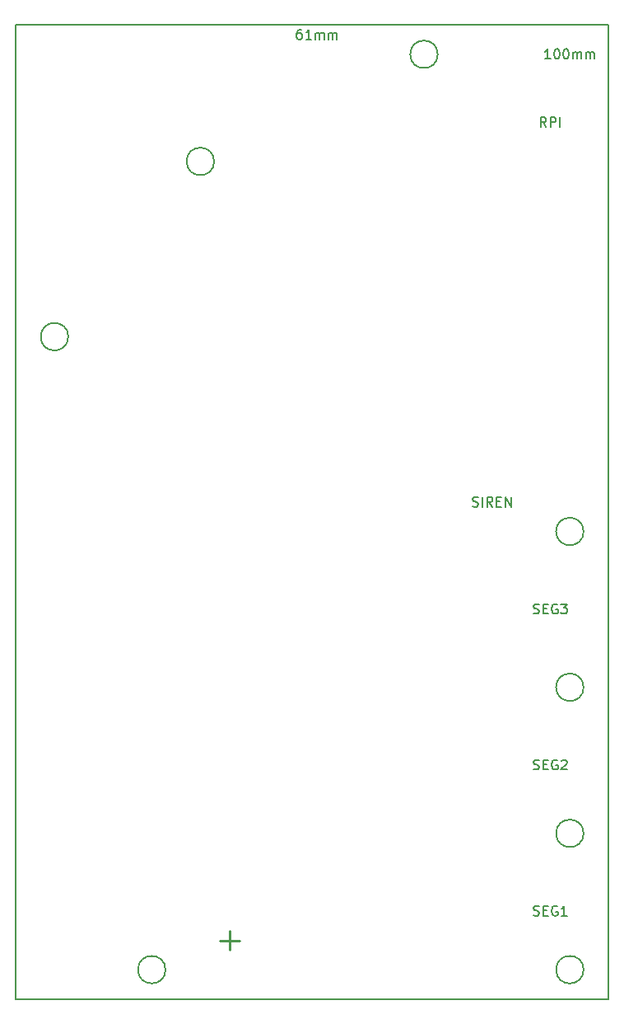
<source format=gbr>
%TF.GenerationSoftware,KiCad,Pcbnew,5.1.8*%
%TF.CreationDate,2021-02-18T11:21:03+01:00*%
%TF.ProjectId,splitter,73706c69-7474-4657-922e-6b696361645f,rev?*%
%TF.SameCoordinates,Original*%
%TF.FileFunction,Other,ECO2*%
%FSLAX46Y46*%
G04 Gerber Fmt 4.6, Leading zero omitted, Abs format (unit mm)*
G04 Created by KiCad (PCBNEW 5.1.8) date 2021-02-18 11:21:03*
%MOMM*%
%LPD*%
G01*
G04 APERTURE LIST*
%ADD10C,0.250000*%
%ADD11C,0.150000*%
G04 APERTURE END LIST*
D10*
X141000000Y-132000000D02*
X139000000Y-132000000D01*
X140000000Y-131000000D02*
X140000000Y-133000000D01*
D11*
X138414214Y-52000000D02*
G75*
G03*
X138414214Y-52000000I-1414214J0D01*
G01*
X161414214Y-41000000D02*
G75*
G03*
X161414214Y-41000000I-1414214J0D01*
G01*
X172571428Y-48452380D02*
X172238095Y-47976190D01*
X172000000Y-48452380D02*
X172000000Y-47452380D01*
X172380952Y-47452380D01*
X172476190Y-47500000D01*
X172523809Y-47547619D01*
X172571428Y-47642857D01*
X172571428Y-47785714D01*
X172523809Y-47880952D01*
X172476190Y-47928571D01*
X172380952Y-47976190D01*
X172000000Y-47976190D01*
X173000000Y-48452380D02*
X173000000Y-47452380D01*
X173380952Y-47452380D01*
X173476190Y-47500000D01*
X173523809Y-47547619D01*
X173571428Y-47642857D01*
X173571428Y-47785714D01*
X173523809Y-47880952D01*
X173476190Y-47928571D01*
X173380952Y-47976190D01*
X173000000Y-47976190D01*
X174000000Y-48452380D02*
X174000000Y-47452380D01*
X165000000Y-87404761D02*
X165142857Y-87452380D01*
X165380952Y-87452380D01*
X165476190Y-87404761D01*
X165523809Y-87357142D01*
X165571428Y-87261904D01*
X165571428Y-87166666D01*
X165523809Y-87071428D01*
X165476190Y-87023809D01*
X165380952Y-86976190D01*
X165190476Y-86928571D01*
X165095238Y-86880952D01*
X165047619Y-86833333D01*
X165000000Y-86738095D01*
X165000000Y-86642857D01*
X165047619Y-86547619D01*
X165095238Y-86500000D01*
X165190476Y-86452380D01*
X165428571Y-86452380D01*
X165571428Y-86500000D01*
X166000000Y-87452380D02*
X166000000Y-86452380D01*
X167047619Y-87452380D02*
X166714285Y-86976190D01*
X166476190Y-87452380D02*
X166476190Y-86452380D01*
X166857142Y-86452380D01*
X166952380Y-86500000D01*
X167000000Y-86547619D01*
X167047619Y-86642857D01*
X167047619Y-86785714D01*
X167000000Y-86880952D01*
X166952380Y-86928571D01*
X166857142Y-86976190D01*
X166476190Y-86976190D01*
X167476190Y-86928571D02*
X167809523Y-86928571D01*
X167952380Y-87452380D02*
X167476190Y-87452380D01*
X167476190Y-86452380D01*
X167952380Y-86452380D01*
X168380952Y-87452380D02*
X168380952Y-86452380D01*
X168952380Y-87452380D01*
X168952380Y-86452380D01*
X171285714Y-98404761D02*
X171428571Y-98452380D01*
X171666666Y-98452380D01*
X171761904Y-98404761D01*
X171809523Y-98357142D01*
X171857142Y-98261904D01*
X171857142Y-98166666D01*
X171809523Y-98071428D01*
X171761904Y-98023809D01*
X171666666Y-97976190D01*
X171476190Y-97928571D01*
X171380952Y-97880952D01*
X171333333Y-97833333D01*
X171285714Y-97738095D01*
X171285714Y-97642857D01*
X171333333Y-97547619D01*
X171380952Y-97500000D01*
X171476190Y-97452380D01*
X171714285Y-97452380D01*
X171857142Y-97500000D01*
X172285714Y-97928571D02*
X172619047Y-97928571D01*
X172761904Y-98452380D02*
X172285714Y-98452380D01*
X172285714Y-97452380D01*
X172761904Y-97452380D01*
X173714285Y-97500000D02*
X173619047Y-97452380D01*
X173476190Y-97452380D01*
X173333333Y-97500000D01*
X173238095Y-97595238D01*
X173190476Y-97690476D01*
X173142857Y-97880952D01*
X173142857Y-98023809D01*
X173190476Y-98214285D01*
X173238095Y-98309523D01*
X173333333Y-98404761D01*
X173476190Y-98452380D01*
X173571428Y-98452380D01*
X173714285Y-98404761D01*
X173761904Y-98357142D01*
X173761904Y-98023809D01*
X173571428Y-98023809D01*
X174095238Y-97452380D02*
X174714285Y-97452380D01*
X174380952Y-97833333D01*
X174523809Y-97833333D01*
X174619047Y-97880952D01*
X174666666Y-97928571D01*
X174714285Y-98023809D01*
X174714285Y-98261904D01*
X174666666Y-98357142D01*
X174619047Y-98404761D01*
X174523809Y-98452380D01*
X174238095Y-98452380D01*
X174142857Y-98404761D01*
X174095238Y-98357142D01*
X171285714Y-114404761D02*
X171428571Y-114452380D01*
X171666666Y-114452380D01*
X171761904Y-114404761D01*
X171809523Y-114357142D01*
X171857142Y-114261904D01*
X171857142Y-114166666D01*
X171809523Y-114071428D01*
X171761904Y-114023809D01*
X171666666Y-113976190D01*
X171476190Y-113928571D01*
X171380952Y-113880952D01*
X171333333Y-113833333D01*
X171285714Y-113738095D01*
X171285714Y-113642857D01*
X171333333Y-113547619D01*
X171380952Y-113500000D01*
X171476190Y-113452380D01*
X171714285Y-113452380D01*
X171857142Y-113500000D01*
X172285714Y-113928571D02*
X172619047Y-113928571D01*
X172761904Y-114452380D02*
X172285714Y-114452380D01*
X172285714Y-113452380D01*
X172761904Y-113452380D01*
X173714285Y-113500000D02*
X173619047Y-113452380D01*
X173476190Y-113452380D01*
X173333333Y-113500000D01*
X173238095Y-113595238D01*
X173190476Y-113690476D01*
X173142857Y-113880952D01*
X173142857Y-114023809D01*
X173190476Y-114214285D01*
X173238095Y-114309523D01*
X173333333Y-114404761D01*
X173476190Y-114452380D01*
X173571428Y-114452380D01*
X173714285Y-114404761D01*
X173761904Y-114357142D01*
X173761904Y-114023809D01*
X173571428Y-114023809D01*
X174142857Y-113547619D02*
X174190476Y-113500000D01*
X174285714Y-113452380D01*
X174523809Y-113452380D01*
X174619047Y-113500000D01*
X174666666Y-113547619D01*
X174714285Y-113642857D01*
X174714285Y-113738095D01*
X174666666Y-113880952D01*
X174095238Y-114452380D01*
X174714285Y-114452380D01*
X171285714Y-129404761D02*
X171428571Y-129452380D01*
X171666666Y-129452380D01*
X171761904Y-129404761D01*
X171809523Y-129357142D01*
X171857142Y-129261904D01*
X171857142Y-129166666D01*
X171809523Y-129071428D01*
X171761904Y-129023809D01*
X171666666Y-128976190D01*
X171476190Y-128928571D01*
X171380952Y-128880952D01*
X171333333Y-128833333D01*
X171285714Y-128738095D01*
X171285714Y-128642857D01*
X171333333Y-128547619D01*
X171380952Y-128500000D01*
X171476190Y-128452380D01*
X171714285Y-128452380D01*
X171857142Y-128500000D01*
X172285714Y-128928571D02*
X172619047Y-128928571D01*
X172761904Y-129452380D02*
X172285714Y-129452380D01*
X172285714Y-128452380D01*
X172761904Y-128452380D01*
X173714285Y-128500000D02*
X173619047Y-128452380D01*
X173476190Y-128452380D01*
X173333333Y-128500000D01*
X173238095Y-128595238D01*
X173190476Y-128690476D01*
X173142857Y-128880952D01*
X173142857Y-129023809D01*
X173190476Y-129214285D01*
X173238095Y-129309523D01*
X173333333Y-129404761D01*
X173476190Y-129452380D01*
X173571428Y-129452380D01*
X173714285Y-129404761D01*
X173761904Y-129357142D01*
X173761904Y-129023809D01*
X173571428Y-129023809D01*
X174714285Y-129452380D02*
X174142857Y-129452380D01*
X174428571Y-129452380D02*
X174428571Y-128452380D01*
X174333333Y-128595238D01*
X174238095Y-128690476D01*
X174142857Y-128738095D01*
X133414214Y-135000000D02*
G75*
G03*
X133414214Y-135000000I-1414214J0D01*
G01*
X176414214Y-135000000D02*
G75*
G03*
X176414214Y-135000000I-1414214J0D01*
G01*
X176414214Y-121000000D02*
G75*
G03*
X176414214Y-121000000I-1414214J0D01*
G01*
X176414214Y-106000000D02*
G75*
G03*
X176414214Y-106000000I-1414214J0D01*
G01*
X176414214Y-90000000D02*
G75*
G03*
X176414214Y-90000000I-1414214J0D01*
G01*
X123414214Y-70000000D02*
G75*
G03*
X123414214Y-70000000I-1414214J0D01*
G01*
X179000000Y-138000000D02*
X118000000Y-138000000D01*
X173000000Y-41452380D02*
X172428571Y-41452380D01*
X172714285Y-41452380D02*
X172714285Y-40452380D01*
X172619047Y-40595238D01*
X172523809Y-40690476D01*
X172428571Y-40738095D01*
X173619047Y-40452380D02*
X173714285Y-40452380D01*
X173809523Y-40500000D01*
X173857142Y-40547619D01*
X173904761Y-40642857D01*
X173952380Y-40833333D01*
X173952380Y-41071428D01*
X173904761Y-41261904D01*
X173857142Y-41357142D01*
X173809523Y-41404761D01*
X173714285Y-41452380D01*
X173619047Y-41452380D01*
X173523809Y-41404761D01*
X173476190Y-41357142D01*
X173428571Y-41261904D01*
X173380952Y-41071428D01*
X173380952Y-40833333D01*
X173428571Y-40642857D01*
X173476190Y-40547619D01*
X173523809Y-40500000D01*
X173619047Y-40452380D01*
X174571428Y-40452380D02*
X174666666Y-40452380D01*
X174761904Y-40500000D01*
X174809523Y-40547619D01*
X174857142Y-40642857D01*
X174904761Y-40833333D01*
X174904761Y-41071428D01*
X174857142Y-41261904D01*
X174809523Y-41357142D01*
X174761904Y-41404761D01*
X174666666Y-41452380D01*
X174571428Y-41452380D01*
X174476190Y-41404761D01*
X174428571Y-41357142D01*
X174380952Y-41261904D01*
X174333333Y-41071428D01*
X174333333Y-40833333D01*
X174380952Y-40642857D01*
X174428571Y-40547619D01*
X174476190Y-40500000D01*
X174571428Y-40452380D01*
X175333333Y-41452380D02*
X175333333Y-40785714D01*
X175333333Y-40880952D02*
X175380952Y-40833333D01*
X175476190Y-40785714D01*
X175619047Y-40785714D01*
X175714285Y-40833333D01*
X175761904Y-40928571D01*
X175761904Y-41452380D01*
X175761904Y-40928571D02*
X175809523Y-40833333D01*
X175904761Y-40785714D01*
X176047619Y-40785714D01*
X176142857Y-40833333D01*
X176190476Y-40928571D01*
X176190476Y-41452380D01*
X176666666Y-41452380D02*
X176666666Y-40785714D01*
X176666666Y-40880952D02*
X176714285Y-40833333D01*
X176809523Y-40785714D01*
X176952380Y-40785714D01*
X177047619Y-40833333D01*
X177095238Y-40928571D01*
X177095238Y-41452380D01*
X177095238Y-40928571D02*
X177142857Y-40833333D01*
X177238095Y-40785714D01*
X177380952Y-40785714D01*
X177476190Y-40833333D01*
X177523809Y-40928571D01*
X177523809Y-41452380D01*
X147380952Y-38452380D02*
X147190476Y-38452380D01*
X147095238Y-38500000D01*
X147047619Y-38547619D01*
X146952380Y-38690476D01*
X146904761Y-38880952D01*
X146904761Y-39261904D01*
X146952380Y-39357142D01*
X147000000Y-39404761D01*
X147095238Y-39452380D01*
X147285714Y-39452380D01*
X147380952Y-39404761D01*
X147428571Y-39357142D01*
X147476190Y-39261904D01*
X147476190Y-39023809D01*
X147428571Y-38928571D01*
X147380952Y-38880952D01*
X147285714Y-38833333D01*
X147095238Y-38833333D01*
X147000000Y-38880952D01*
X146952380Y-38928571D01*
X146904761Y-39023809D01*
X148428571Y-39452380D02*
X147857142Y-39452380D01*
X148142857Y-39452380D02*
X148142857Y-38452380D01*
X148047619Y-38595238D01*
X147952380Y-38690476D01*
X147857142Y-38738095D01*
X148857142Y-39452380D02*
X148857142Y-38785714D01*
X148857142Y-38880952D02*
X148904761Y-38833333D01*
X149000000Y-38785714D01*
X149142857Y-38785714D01*
X149238095Y-38833333D01*
X149285714Y-38928571D01*
X149285714Y-39452380D01*
X149285714Y-38928571D02*
X149333333Y-38833333D01*
X149428571Y-38785714D01*
X149571428Y-38785714D01*
X149666666Y-38833333D01*
X149714285Y-38928571D01*
X149714285Y-39452380D01*
X150190476Y-39452380D02*
X150190476Y-38785714D01*
X150190476Y-38880952D02*
X150238095Y-38833333D01*
X150333333Y-38785714D01*
X150476190Y-38785714D01*
X150571428Y-38833333D01*
X150619047Y-38928571D01*
X150619047Y-39452380D01*
X150619047Y-38928571D02*
X150666666Y-38833333D01*
X150761904Y-38785714D01*
X150904761Y-38785714D01*
X151000000Y-38833333D01*
X151047619Y-38928571D01*
X151047619Y-39452380D01*
X118000000Y-138000000D02*
X118000000Y-38000000D01*
X179000000Y-38000000D02*
X118000000Y-38000000D01*
X179000000Y-138000000D02*
X179000000Y-38000000D01*
M02*

</source>
